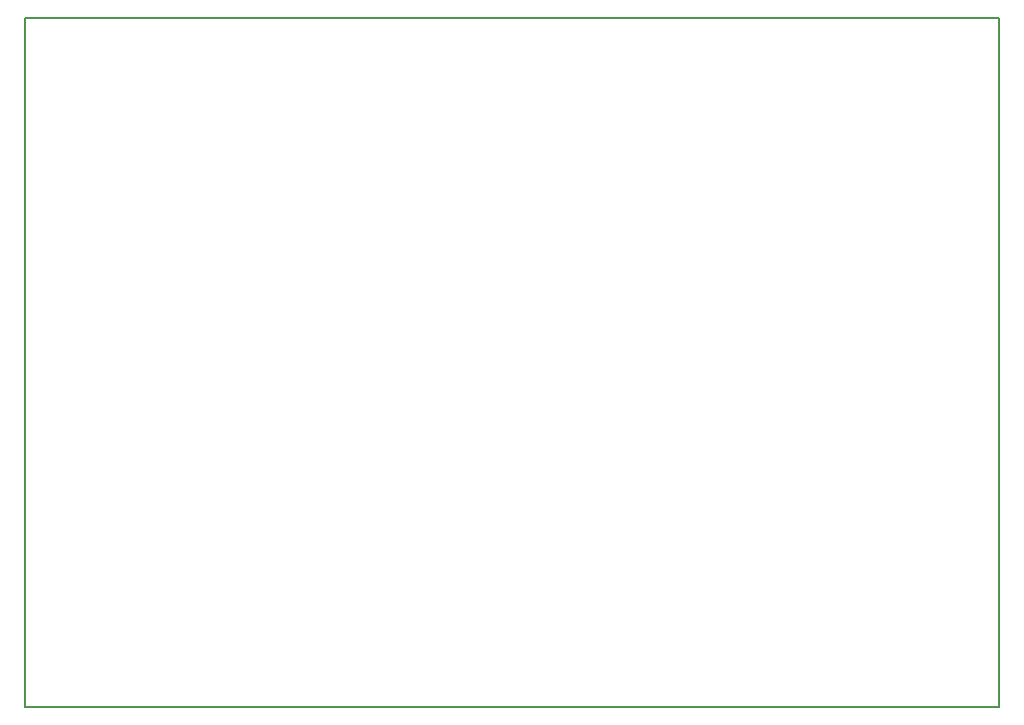
<source format=gbr>
G04 DipTrace 2.4.0.2*
%INÃðàíèöûïëàòû.gbr*%
%MOIN*%
%ADD11C,0.0055*%
%FSLAX44Y44*%
G04*
G70*
G90*
G75*
G01*
%LNBoardOutline*%
%LPD*%
X3937Y26937D2*
D11*
Y3937D1*
X36437D1*
Y26937D1*
X3937D1*
M02*

</source>
